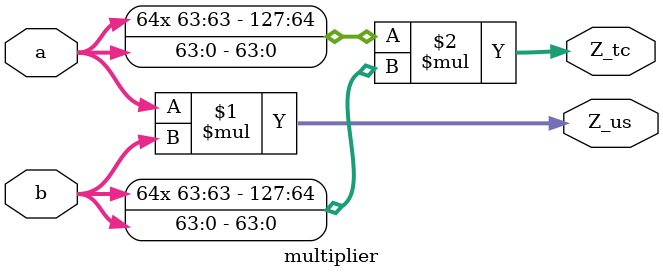
<source format=sv>
module multiplier (input logic [63:0] a, b, output logic [127:0] Z_us, Z_tc);

    assign Z_us = a * b;
    assign Z_tc = $signed(a) * $signed(b);

endmodule
</source>
